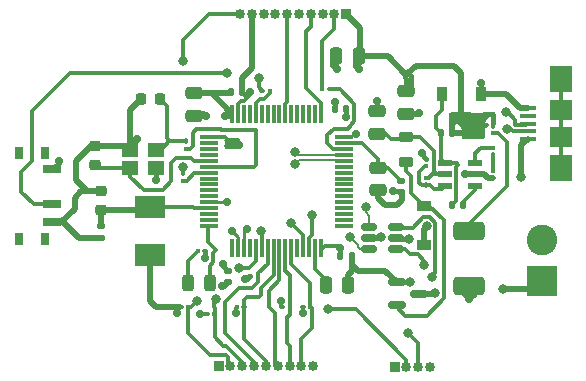
<source format=gbr>
%TF.GenerationSoftware,KiCad,Pcbnew,(6.0.0)*%
%TF.CreationDate,2022-11-12T11:45:21+03:00*%
%TF.ProjectId,RoBEC,526f4245-432e-46b6-9963-61645f706362,rev?*%
%TF.SameCoordinates,Original*%
%TF.FileFunction,Copper,L1,Top*%
%TF.FilePolarity,Positive*%
%FSLAX46Y46*%
G04 Gerber Fmt 4.6, Leading zero omitted, Abs format (unit mm)*
G04 Created by KiCad (PCBNEW (6.0.0)) date 2022-11-12 11:45:21*
%MOMM*%
%LPD*%
G01*
G04 APERTURE LIST*
G04 Aperture macros list*
%AMRoundRect*
0 Rectangle with rounded corners*
0 $1 Rounding radius*
0 $2 $3 $4 $5 $6 $7 $8 $9 X,Y pos of 4 corners*
0 Add a 4 corners polygon primitive as box body*
4,1,4,$2,$3,$4,$5,$6,$7,$8,$9,$2,$3,0*
0 Add four circle primitives for the rounded corners*
1,1,$1+$1,$2,$3*
1,1,$1+$1,$4,$5*
1,1,$1+$1,$6,$7*
1,1,$1+$1,$8,$9*
0 Add four rect primitives between the rounded corners*
20,1,$1+$1,$2,$3,$4,$5,0*
20,1,$1+$1,$4,$5,$6,$7,0*
20,1,$1+$1,$6,$7,$8,$9,0*
20,1,$1+$1,$8,$9,$2,$3,0*%
G04 Aperture macros list end*
%TA.AperFunction,ComponentPad*%
%ADD10R,0.850000X0.850000*%
%TD*%
%TA.AperFunction,ComponentPad*%
%ADD11O,0.850000X0.850000*%
%TD*%
%TA.AperFunction,SMDPad,CuDef*%
%ADD12RoundRect,0.140000X0.140000X0.170000X-0.140000X0.170000X-0.140000X-0.170000X0.140000X-0.170000X0*%
%TD*%
%TA.AperFunction,SMDPad,CuDef*%
%ADD13RoundRect,0.100000X-0.100000X-0.100000X0.100000X-0.100000X0.100000X0.100000X-0.100000X0.100000X0*%
%TD*%
%TA.AperFunction,SMDPad,CuDef*%
%ADD14RoundRect,0.100000X-0.130000X-0.100000X0.130000X-0.100000X0.130000X0.100000X-0.130000X0.100000X0*%
%TD*%
%TA.AperFunction,SMDPad,CuDef*%
%ADD15RoundRect,0.150000X-0.587500X-0.150000X0.587500X-0.150000X0.587500X0.150000X-0.587500X0.150000X0*%
%TD*%
%TA.AperFunction,SMDPad,CuDef*%
%ADD16RoundRect,0.249999X1.075001X-0.512501X1.075001X0.512501X-1.075001X0.512501X-1.075001X-0.512501X0*%
%TD*%
%TA.AperFunction,SMDPad,CuDef*%
%ADD17RoundRect,0.250000X-0.250000X-0.475000X0.250000X-0.475000X0.250000X0.475000X-0.250000X0.475000X0*%
%TD*%
%TA.AperFunction,SMDPad,CuDef*%
%ADD18RoundRect,0.250000X0.475000X-0.250000X0.475000X0.250000X-0.475000X0.250000X-0.475000X-0.250000X0*%
%TD*%
%TA.AperFunction,SMDPad,CuDef*%
%ADD19RoundRect,0.100000X0.100000X-0.100000X0.100000X0.100000X-0.100000X0.100000X-0.100000X-0.100000X0*%
%TD*%
%TA.AperFunction,SMDPad,CuDef*%
%ADD20RoundRect,0.100000X0.100000X-0.130000X0.100000X0.130000X-0.100000X0.130000X-0.100000X-0.130000X0*%
%TD*%
%TA.AperFunction,SMDPad,CuDef*%
%ADD21RoundRect,0.100000X-0.100000X0.130000X-0.100000X-0.130000X0.100000X-0.130000X0.100000X0.130000X0*%
%TD*%
%TA.AperFunction,SMDPad,CuDef*%
%ADD22RoundRect,0.087500X-0.112500X0.087500X-0.112500X-0.087500X0.112500X-0.087500X0.112500X0.087500X0*%
%TD*%
%TA.AperFunction,ComponentPad*%
%ADD23R,2.600000X2.600000*%
%TD*%
%TA.AperFunction,ComponentPad*%
%ADD24C,2.600000*%
%TD*%
%TA.AperFunction,SMDPad,CuDef*%
%ADD25RoundRect,0.140000X-0.140000X-0.170000X0.140000X-0.170000X0.140000X0.170000X-0.140000X0.170000X0*%
%TD*%
%TA.AperFunction,SMDPad,CuDef*%
%ADD26R,1.400000X0.400000*%
%TD*%
%TA.AperFunction,SMDPad,CuDef*%
%ADD27R,1.900000X1.800000*%
%TD*%
%TA.AperFunction,SMDPad,CuDef*%
%ADD28R,1.900000X2.300000*%
%TD*%
%TA.AperFunction,SMDPad,CuDef*%
%ADD29RoundRect,0.140000X-0.170000X0.140000X-0.170000X-0.140000X0.170000X-0.140000X0.170000X0.140000X0*%
%TD*%
%TA.AperFunction,SMDPad,CuDef*%
%ADD30RoundRect,0.095000X-0.105000X0.095000X-0.105000X-0.095000X0.105000X-0.095000X0.105000X0.095000X0*%
%TD*%
%TA.AperFunction,SMDPad,CuDef*%
%ADD31RoundRect,0.100000X-0.100000X0.100000X-0.100000X-0.100000X0.100000X-0.100000X0.100000X0.100000X0*%
%TD*%
%TA.AperFunction,SMDPad,CuDef*%
%ADD32R,1.150000X0.600000*%
%TD*%
%TA.AperFunction,SMDPad,CuDef*%
%ADD33R,0.800000X1.000000*%
%TD*%
%TA.AperFunction,SMDPad,CuDef*%
%ADD34R,1.500000X0.700000*%
%TD*%
%TA.AperFunction,SMDPad,CuDef*%
%ADD35RoundRect,0.218750X0.381250X-0.218750X0.381250X0.218750X-0.381250X0.218750X-0.381250X-0.218750X0*%
%TD*%
%TA.AperFunction,SMDPad,CuDef*%
%ADD36RoundRect,0.225000X0.250000X-0.225000X0.250000X0.225000X-0.250000X0.225000X-0.250000X-0.225000X0*%
%TD*%
%TA.AperFunction,SMDPad,CuDef*%
%ADD37R,1.400000X1.200000*%
%TD*%
%TA.AperFunction,SMDPad,CuDef*%
%ADD38RoundRect,0.075000X-0.700000X-0.075000X0.700000X-0.075000X0.700000X0.075000X-0.700000X0.075000X0*%
%TD*%
%TA.AperFunction,SMDPad,CuDef*%
%ADD39RoundRect,0.075000X-0.075000X-0.700000X0.075000X-0.700000X0.075000X0.700000X-0.075000X0.700000X0*%
%TD*%
%TA.AperFunction,SMDPad,CuDef*%
%ADD40RoundRect,0.250000X-0.475000X0.250000X-0.475000X-0.250000X0.475000X-0.250000X0.475000X0.250000X0*%
%TD*%
%TA.AperFunction,SMDPad,CuDef*%
%ADD41RoundRect,0.225000X0.225000X0.250000X-0.225000X0.250000X-0.225000X-0.250000X0.225000X-0.250000X0*%
%TD*%
%TA.AperFunction,SMDPad,CuDef*%
%ADD42RoundRect,0.150000X0.512500X0.150000X-0.512500X0.150000X-0.512500X-0.150000X0.512500X-0.150000X0*%
%TD*%
%TA.AperFunction,SMDPad,CuDef*%
%ADD43RoundRect,0.147500X-0.147500X-0.172500X0.147500X-0.172500X0.147500X0.172500X-0.147500X0.172500X0*%
%TD*%
%TA.AperFunction,SMDPad,CuDef*%
%ADD44RoundRect,0.100000X-0.110000X-0.100000X0.110000X-0.100000X0.110000X0.100000X-0.110000X0.100000X0*%
%TD*%
%TA.AperFunction,SMDPad,CuDef*%
%ADD45R,2.500000X1.900000*%
%TD*%
%TA.AperFunction,SMDPad,CuDef*%
%ADD46RoundRect,0.100000X0.100000X-0.105000X0.100000X0.105000X-0.100000X0.105000X-0.100000X-0.105000X0*%
%TD*%
%TA.AperFunction,SMDPad,CuDef*%
%ADD47RoundRect,0.243750X-0.243750X-0.456250X0.243750X-0.456250X0.243750X0.456250X-0.243750X0.456250X0*%
%TD*%
%TA.AperFunction,SMDPad,CuDef*%
%ADD48RoundRect,0.100000X-0.105000X-0.100000X0.105000X-0.100000X0.105000X0.100000X-0.105000X0.100000X0*%
%TD*%
%TA.AperFunction,SMDPad,CuDef*%
%ADD49R,0.900000X1.200000*%
%TD*%
%TA.AperFunction,SMDPad,CuDef*%
%ADD50R,1.200000X0.900000*%
%TD*%
%TA.AperFunction,ViaPad*%
%ADD51C,0.700000*%
%TD*%
%TA.AperFunction,ViaPad*%
%ADD52C,0.800000*%
%TD*%
%TA.AperFunction,Conductor*%
%ADD53C,0.500000*%
%TD*%
%TA.AperFunction,Conductor*%
%ADD54C,0.400000*%
%TD*%
%TA.AperFunction,Conductor*%
%ADD55C,0.300000*%
%TD*%
%TA.AperFunction,Conductor*%
%ADD56C,0.250000*%
%TD*%
%TA.AperFunction,Conductor*%
%ADD57C,0.200000*%
%TD*%
G04 APERTURE END LIST*
D10*
%TO.P,USART,1,Pin_1*%
%TO.N,+3V3*%
X162962500Y-116105000D03*
D11*
%TO.P,USART,2,Pin_2*%
%TO.N,USART_TX*%
X163962500Y-116105000D03*
%TO.P,USART,3,Pin_3*%
%TO.N,USART_RX*%
X164962500Y-116105000D03*
%TO.P,USART,4,Pin_4*%
%TO.N,GND*%
X165962500Y-116105000D03*
%TD*%
D12*
%TO.P,C9,1*%
%TO.N,+3V3*%
X158842500Y-94305000D03*
%TO.P,C9,2*%
%TO.N,GND*%
X157882500Y-94305000D03*
%TD*%
D13*
%TO.P,R12,1*%
%TO.N,+3V3*%
X149597500Y-111005000D03*
D14*
%TO.P,R12,2*%
%TO.N,CS1*%
X150237500Y-111005000D03*
%TD*%
D15*
%TO.P,Q1,1,G*%
%TO.N,GND*%
X163125000Y-108955000D03*
%TO.P,Q1,2,S*%
%TO.N,Net-(D3-Pad1)*%
X163125000Y-110855000D03*
%TO.P,Q1,3,D*%
%TO.N,+12V*%
X165000000Y-109905000D03*
%TD*%
D16*
%TO.P,POWER LED,1,K*%
%TO.N,GND*%
X169262500Y-109242500D03*
%TO.P,POWER LED,2,A*%
%TO.N,Net-(D4-Pad2)*%
X169262500Y-104567500D03*
%TD*%
D17*
%TO.P,C10,1*%
%TO.N,GND*%
X158012500Y-89805000D03*
%TO.P,C10,2*%
%TO.N,+3V3*%
X159912500Y-89805000D03*
%TD*%
D18*
%TO.P,C8,1*%
%TO.N,GND*%
X163962500Y-94655000D03*
%TO.P,C8,2*%
%TO.N,+3V3*%
X163962500Y-92755000D03*
%TD*%
D19*
%TO.P,R7,1*%
%TO.N,EN*%
X165607500Y-99105000D03*
D20*
%TO.P,R7,2*%
%TO.N,GND*%
X165607500Y-98465000D03*
%TD*%
D10*
%TO.P,SWD,1,Pin_1*%
%TO.N,+3V3*%
X158862500Y-86205000D03*
D11*
%TO.P,SWD,2,Pin_2*%
%TO.N,Net-(J3-Pad2)*%
X157862500Y-86205000D03*
%TO.P,SWD,3,Pin_3*%
%TO.N,GND*%
X156862500Y-86205000D03*
%TO.P,SWD,4,Pin_4*%
%TO.N,SWCLK*%
X155862500Y-86205000D03*
%TO.P,SWD,5,Pin_5*%
%TO.N,GND*%
X154862500Y-86205000D03*
%TO.P,SWD,6,Pin_6*%
%TO.N,SWO*%
X153862500Y-86205000D03*
%TO.P,SWD,7,Pin_7*%
%TO.N,unconnected-(J3-Pad7)*%
X152862500Y-86205000D03*
%TO.P,SWD,8,Pin_8*%
%TO.N,unconnected-(J3-Pad8)*%
X151862500Y-86205000D03*
%TO.P,SWD,9,Pin_9*%
%TO.N,GND*%
X150862500Y-86205000D03*
%TO.P,SWD,10,Pin_10*%
%TO.N,Net-(J3-Pad10)*%
X149862500Y-86205000D03*
%TD*%
D21*
%TO.P,R18,1*%
%TO.N,+3V3*%
X171307500Y-95685000D03*
D22*
%TO.P,R18,2*%
%TO.N,Net-(D4-Pad2)*%
X171307500Y-96325000D03*
%TD*%
D23*
%TO.P,J1,1,Pin_1*%
%TO.N,+12V*%
X175407500Y-108855000D03*
D24*
%TO.P,J1,2,Pin_2*%
%TO.N,GND*%
X175407500Y-105355000D03*
%TD*%
D25*
%TO.P,C6,1*%
%TO.N,+3V3*%
X158362500Y-106705000D03*
%TO.P,C6,2*%
%TO.N,GND*%
X159322500Y-106705000D03*
%TD*%
D26*
%TO.P,J2,1,VBUS*%
%TO.N,+5V*%
X174212500Y-96805000D03*
%TO.P,J2,2,D-*%
%TO.N,USB_CONN_D-*%
X174212500Y-96155000D03*
%TO.P,J2,3,D+*%
%TO.N,USB_CONN_D+*%
X174212500Y-95505000D03*
%TO.P,J2,4,ID*%
%TO.N,unconnected-(J2-Pad4)*%
X174212500Y-94855000D03*
%TO.P,J2,5,GND*%
%TO.N,GND*%
X174212500Y-94205000D03*
D27*
%TO.P,J2,6,Shield*%
%TO.N,unconnected-(J2-Pad6)*%
X177062500Y-94355000D03*
X177062500Y-96655000D03*
D28*
X177062500Y-99255000D03*
X177062500Y-91755000D03*
%TD*%
D29*
%TO.P,C14,1*%
%TO.N,Net-(C13-Pad1)*%
X163462500Y-100345000D03*
%TO.P,C14,2*%
%TO.N,GND*%
X163462500Y-101305000D03*
%TD*%
D30*
%TO.P,R14,1*%
%TO.N,FB*%
X171307500Y-97540000D03*
D21*
%TO.P,R14,2*%
%TO.N,Net-(R14-Pad2)*%
X171307500Y-98180000D03*
%TD*%
%TO.P,R17,1*%
%TO.N,Net-(J3-Pad10)*%
X145062500Y-99685000D03*
D31*
%TO.P,R17,2*%
%TO.N,NRST*%
X145062500Y-100325000D03*
%TD*%
D32*
%TO.P,U2,1,BS*%
%TO.N,BS*%
X169807500Y-100755000D03*
%TO.P,U2,2,GND*%
%TO.N,GND*%
X169807500Y-99805000D03*
%TO.P,U2,3,FB*%
%TO.N,FB*%
X169807500Y-98855000D03*
%TO.P,U2,4,SW*%
%TO.N,SW*%
X167207500Y-98855000D03*
%TO.P,U2,5,IN*%
%TO.N,IN*%
X167207500Y-99805000D03*
%TO.P,U2,6,EN*%
%TO.N,EN*%
X167207500Y-100755000D03*
%TD*%
D30*
%TO.P,R6,1*%
%TO.N,IN*%
X165607500Y-100085000D03*
D21*
%TO.P,R6,2*%
%TO.N,EN*%
X165607500Y-100725000D03*
%TD*%
D33*
%TO.P,SW,*%
%TO.N,*%
X133342500Y-97955000D03*
X131132500Y-105255000D03*
X133342500Y-105255000D03*
X131132500Y-97955000D03*
D34*
%TO.P,SW,1,A*%
%TO.N,+3V3*%
X133992500Y-99355000D03*
%TO.P,SW,2,B*%
%TO.N,Net-(R1-Pad1)*%
X133992500Y-102355000D03*
%TO.P,SW,3,C*%
%TO.N,GND*%
X133992500Y-103855000D03*
%TD*%
D14*
%TO.P,R5,1*%
%TO.N,+3V3*%
X147042500Y-111605000D03*
D13*
%TO.P,R5,2*%
%TO.N,SPI_MISO*%
X147682500Y-111605000D03*
%TD*%
D35*
%TO.P,FB1,1*%
%TO.N,Net-(D3-Pad1)*%
X163962500Y-98767500D03*
%TO.P,FB1,2*%
%TO.N,IN*%
X163962500Y-96642500D03*
%TD*%
D29*
%TO.P,C7,1*%
%TO.N,+3.3VA*%
X138062500Y-104205000D03*
%TO.P,C7,2*%
%TO.N,GND*%
X138062500Y-105165000D03*
%TD*%
D36*
%TO.P,C2,1*%
%TO.N,HSE_IN*%
X137562500Y-98980000D03*
%TO.P,C2,2*%
%TO.N,GND*%
X137562500Y-97430000D03*
%TD*%
D17*
%TO.P,C12,1*%
%TO.N,Net-(C12-Pad1)*%
X157112500Y-109205000D03*
%TO.P,C12,2*%
%TO.N,GND*%
X159012500Y-109205000D03*
%TD*%
D37*
%TO.P,16MhZ,1,1*%
%TO.N,HSE_IN*%
X140562500Y-99305000D03*
%TO.P,16MhZ,2,2*%
%TO.N,GND*%
X142762500Y-99305000D03*
%TO.P,16MhZ,3,3*%
%TO.N,Net-(C5-Pad1)*%
X142762500Y-97705000D03*
%TO.P,16MhZ,4,4*%
%TO.N,GND*%
X140562500Y-97705000D03*
%TD*%
D14*
%TO.P,R1,1*%
%TO.N,Net-(R1-Pad1)*%
X151742500Y-92705000D03*
D13*
%TO.P,R1,2*%
%TO.N,BOOT0*%
X152382500Y-92705000D03*
%TD*%
D38*
%TO.P,U1,1,VBAT*%
%TO.N,+3V3*%
X147287500Y-96655000D03*
%TO.P,U1,2,PC13*%
%TO.N,unconnected-(U1-Pad2)*%
X147287500Y-97155000D03*
%TO.P,U1,3,PC14*%
%TO.N,unconnected-(U1-Pad3)*%
X147287500Y-97655000D03*
%TO.P,U1,4,PC15*%
%TO.N,unconnected-(U1-Pad4)*%
X147287500Y-98155000D03*
%TO.P,U1,5,PH0*%
%TO.N,HSE_IN*%
X147287500Y-98655000D03*
%TO.P,U1,6,PH1*%
%TO.N,HSE_OUT*%
X147287500Y-99155000D03*
%TO.P,U1,7,NRST*%
%TO.N,NRST*%
X147287500Y-99655000D03*
%TO.P,U1,8,PC0*%
%TO.N,unconnected-(U1-Pad8)*%
X147287500Y-100155000D03*
%TO.P,U1,9,PC1*%
%TO.N,unconnected-(U1-Pad9)*%
X147287500Y-100655000D03*
%TO.P,U1,10,PC2*%
%TO.N,unconnected-(U1-Pad10)*%
X147287500Y-101155000D03*
%TO.P,U1,11,PC3*%
%TO.N,unconnected-(U1-Pad11)*%
X147287500Y-101655000D03*
%TO.P,U1,12,VSSA*%
%TO.N,GND*%
X147287500Y-102155000D03*
%TO.P,U1,13,VDDA*%
%TO.N,+3.3VA*%
X147287500Y-102655000D03*
%TO.P,U1,14,PA0*%
%TO.N,unconnected-(U1-Pad14)*%
X147287500Y-103155000D03*
%TO.P,U1,15,PA1*%
%TO.N,unconnected-(U1-Pad15)*%
X147287500Y-103655000D03*
%TO.P,U1,16,PA2*%
%TO.N,LED_STATUS*%
X147287500Y-104155000D03*
D39*
%TO.P,U1,17,PA3*%
%TO.N,unconnected-(U1-Pad17)*%
X149212500Y-106080000D03*
%TO.P,U1,18,VSS*%
%TO.N,GND*%
X149712500Y-106080000D03*
%TO.P,U1,19,VDD*%
%TO.N,+3V3*%
X150212500Y-106080000D03*
%TO.P,U1,20,PA4*%
%TO.N,unconnected-(U1-Pad20)*%
X150712500Y-106080000D03*
%TO.P,U1,21,PA5*%
%TO.N,SPI_SCK*%
X151212500Y-106080000D03*
%TO.P,U1,22,PA6*%
%TO.N,SPI_MISO*%
X151712500Y-106080000D03*
%TO.P,U1,23,PA7*%
%TO.N,SPI_MOSI*%
X152212500Y-106080000D03*
%TO.P,U1,24,PC4*%
%TO.N,CS1*%
X152712500Y-106080000D03*
%TO.P,U1,25,PC5*%
%TO.N,CS2*%
X153212500Y-106080000D03*
%TO.P,U1,26,PB0*%
%TO.N,CS3*%
X153712500Y-106080000D03*
%TO.P,U1,27,PB1*%
%TO.N,CS4*%
X154212500Y-106080000D03*
%TO.P,U1,28,PB2*%
%TO.N,unconnected-(U1-Pad28)*%
X154712500Y-106080000D03*
%TO.P,U1,29,PB10*%
%TO.N,USART_TX*%
X155212500Y-106080000D03*
%TO.P,U1,30,PB11*%
%TO.N,USART_RX*%
X155712500Y-106080000D03*
%TO.P,U1,31,VCAP_1*%
%TO.N,Net-(C12-Pad1)*%
X156212500Y-106080000D03*
%TO.P,U1,32,VDD*%
%TO.N,+3V3*%
X156712500Y-106080000D03*
D38*
%TO.P,U1,33,PB12*%
%TO.N,unconnected-(U1-Pad33)*%
X158637500Y-104155000D03*
%TO.P,U1,34,PB13*%
%TO.N,unconnected-(U1-Pad34)*%
X158637500Y-103655000D03*
%TO.P,U1,35,PB14*%
%TO.N,unconnected-(U1-Pad35)*%
X158637500Y-103155000D03*
%TO.P,U1,36,PB15*%
%TO.N,unconnected-(U1-Pad36)*%
X158637500Y-102655000D03*
%TO.P,U1,37,PC6*%
%TO.N,unconnected-(U1-Pad37)*%
X158637500Y-102155000D03*
%TO.P,U1,38,PC7*%
%TO.N,unconnected-(U1-Pad38)*%
X158637500Y-101655000D03*
%TO.P,U1,39,PC8*%
%TO.N,unconnected-(U1-Pad39)*%
X158637500Y-101155000D03*
%TO.P,U1,40,PC9*%
%TO.N,unconnected-(U1-Pad40)*%
X158637500Y-100655000D03*
%TO.P,U1,41,PA8*%
%TO.N,unconnected-(U1-Pad41)*%
X158637500Y-100155000D03*
%TO.P,U1,42,PA9*%
%TO.N,unconnected-(U1-Pad42)*%
X158637500Y-99655000D03*
%TO.P,U1,43,PA10*%
%TO.N,unconnected-(U1-Pad43)*%
X158637500Y-99155000D03*
%TO.P,U1,44,PA11*%
%TO.N,USB_D-*%
X158637500Y-98655000D03*
%TO.P,U1,45,PA12*%
%TO.N,USB_D+*%
X158637500Y-98155000D03*
%TO.P,U1,46,PA13*%
%TO.N,SWDIO*%
X158637500Y-97655000D03*
%TO.P,U1,47,VCAP_2*%
%TO.N,Net-(C13-Pad1)*%
X158637500Y-97155000D03*
%TO.P,U1,48,VDD*%
%TO.N,+3V3*%
X158637500Y-96655000D03*
D39*
%TO.P,U1,49,PA14*%
%TO.N,SWCLK*%
X156712500Y-94730000D03*
%TO.P,U1,50,PA15*%
%TO.N,unconnected-(U1-Pad50)*%
X156212500Y-94730000D03*
%TO.P,U1,51,PC10*%
%TO.N,unconnected-(U1-Pad51)*%
X155712500Y-94730000D03*
%TO.P,U1,52,PC11*%
%TO.N,unconnected-(U1-Pad52)*%
X155212500Y-94730000D03*
%TO.P,U1,53,PC12*%
%TO.N,unconnected-(U1-Pad53)*%
X154712500Y-94730000D03*
%TO.P,U1,54,PD2*%
%TO.N,unconnected-(U1-Pad54)*%
X154212500Y-94730000D03*
%TO.P,U1,55,PB3*%
%TO.N,SWO*%
X153712500Y-94730000D03*
%TO.P,U1,56,PB4*%
%TO.N,unconnected-(U1-Pad56)*%
X153212500Y-94730000D03*
%TO.P,U1,57,PB5*%
%TO.N,unconnected-(U1-Pad57)*%
X152712500Y-94730000D03*
%TO.P,U1,58,PB6*%
%TO.N,unconnected-(U1-Pad58)*%
X152212500Y-94730000D03*
%TO.P,U1,59,PB7*%
%TO.N,unconnected-(U1-Pad59)*%
X151712500Y-94730000D03*
%TO.P,U1,60,BOOT0*%
%TO.N,BOOT0*%
X151212500Y-94730000D03*
%TO.P,U1,61,PB8*%
%TO.N,unconnected-(U1-Pad61)*%
X150712500Y-94730000D03*
%TO.P,U1,62,PB9*%
%TO.N,unconnected-(U1-Pad62)*%
X150212500Y-94730000D03*
%TO.P,U1,63,VSS*%
%TO.N,GND*%
X149712500Y-94730000D03*
%TO.P,U1,64,VDD*%
%TO.N,+3V3*%
X149212500Y-94730000D03*
%TD*%
D40*
%TO.P,C1,1*%
%TO.N,+3V3*%
X145962500Y-92955000D03*
%TO.P,C1,2*%
%TO.N,GND*%
X145962500Y-94855000D03*
%TD*%
D41*
%TO.P,C5,1*%
%TO.N,Net-(C5-Pad1)*%
X143062500Y-93405000D03*
%TO.P,C5,2*%
%TO.N,GND*%
X141512500Y-93405000D03*
%TD*%
D12*
%TO.P,C15,1*%
%TO.N,BS*%
X168787500Y-102405000D03*
%TO.P,C15,2*%
%TO.N,SW*%
X167827500Y-102405000D03*
%TD*%
D42*
%TO.P,U3,1,I/O1*%
%TO.N,USB_CONN_D-*%
X163100000Y-106155000D03*
%TO.P,U3,2,GND*%
%TO.N,GND*%
X163100000Y-105205000D03*
%TO.P,U3,3,I/O2*%
%TO.N,USB_CONN_D+*%
X163100000Y-104255000D03*
%TO.P,U3,4,I/O2*%
%TO.N,USB_D+*%
X160825000Y-104255000D03*
%TO.P,U3,5,VBUS*%
%TO.N,+5V*%
X160825000Y-105205000D03*
%TO.P,U3,6,I/O1*%
%TO.N,USB_D-*%
X160825000Y-106155000D03*
%TD*%
D43*
%TO.P,L2,1*%
%TO.N,SW*%
X166877500Y-96305000D03*
%TO.P,L2,2*%
%TO.N,+3V3*%
X167847500Y-96305000D03*
%TD*%
D31*
%TO.P,R15,1*%
%TO.N,Net-(R14-Pad2)*%
X171307500Y-99485000D03*
D21*
%TO.P,R15,2*%
%TO.N,GND*%
X171307500Y-100125000D03*
%TD*%
D14*
%TO.P,R9,1*%
%TO.N,+3V3*%
X155187500Y-111005000D03*
D44*
%TO.P,R9,2*%
%TO.N,CS4*%
X155827500Y-111005000D03*
%TD*%
D36*
%TO.P,C4,1*%
%TO.N,+3.3VA*%
X138062500Y-102780000D03*
%TO.P,C4,2*%
%TO.N,GND*%
X138062500Y-101230000D03*
%TD*%
D25*
%TO.P,C11,1*%
%TO.N,+3V3*%
X149102500Y-92805000D03*
%TO.P,C11,2*%
%TO.N,GND*%
X150062500Y-92805000D03*
%TD*%
D40*
%TO.P,C13,1*%
%TO.N,Net-(C13-Pad1)*%
X161562500Y-99255000D03*
X161562500Y-99255000D03*
%TO.P,C13,2*%
%TO.N,GND*%
X161562500Y-101155000D03*
%TD*%
D13*
%TO.P,R3,1*%
%TO.N,Net-(D2-Pad1)*%
X146287500Y-106305000D03*
D14*
%TO.P,R3,2*%
%TO.N,GND*%
X146927500Y-106305000D03*
%TD*%
D45*
%TO.P,L,1*%
%TO.N,+3V3*%
X142262500Y-106655000D03*
%TO.P,L,2*%
%TO.N,+3.3VA*%
X142262500Y-102555000D03*
%TD*%
D29*
%TO.P,C3,1*%
%TO.N,+3V3*%
X148832500Y-107945000D03*
%TO.P,C3,2*%
%TO.N,GND*%
X148832500Y-108905000D03*
%TD*%
D46*
%TO.P,R2,1*%
%TO.N,HSE_OUT*%
X145262500Y-97625000D03*
D20*
%TO.P,R2,2*%
%TO.N,Net-(C5-Pad1)*%
X145262500Y-96985000D03*
%TD*%
D47*
%TO.P,STATUS,1,K*%
%TO.N,Net-(D2-Pad1)*%
X145425000Y-109005000D03*
%TO.P,STATUS,2,A*%
%TO.N,LED_STATUS*%
X147300000Y-109005000D03*
%TD*%
D14*
%TO.P,R4,1*%
%TO.N,+3V3*%
X150742500Y-108405000D03*
D48*
%TO.P,R4,2*%
%TO.N,SPI_MOSI*%
X151382500Y-108405000D03*
%TD*%
D13*
%TO.P,R16,1*%
%TO.N,Net-(J3-Pad2)*%
X156822500Y-92605000D03*
D14*
%TO.P,R16,2*%
%TO.N,SWDIO*%
X157462500Y-92605000D03*
%TD*%
D49*
%TO.P,D1,1,K*%
%TO.N,GND*%
X170312500Y-93005000D03*
%TO.P,D1,2,A*%
%TO.N,SW*%
X167012500Y-93005000D03*
%TD*%
D18*
%TO.P,C16,1*%
%TO.N,IN*%
X161462500Y-96355000D03*
%TO.P,C16,2*%
%TO.N,GND*%
X161462500Y-94455000D03*
%TD*%
D50*
%TO.P,D3,1,K*%
%TO.N,Net-(D3-Pad1)*%
X165462500Y-102455000D03*
%TO.P,D3,2,A*%
%TO.N,+5V*%
X165462500Y-105755000D03*
%TD*%
D14*
%TO.P,R8,1*%
%TO.N,+3V3*%
X144842500Y-111005000D03*
D13*
%TO.P,R8,2*%
%TO.N,SPI_SCK*%
X145482500Y-111005000D03*
%TD*%
D14*
%TO.P,R10,1*%
%TO.N,+3V3*%
X153442500Y-111005000D03*
D44*
%TO.P,R10,2*%
%TO.N,CS3*%
X154082500Y-111005000D03*
%TD*%
D10*
%TO.P,SPI,1,Pin_1*%
%TO.N,+3V3*%
X148062500Y-116005000D03*
D11*
%TO.P,SPI,2,Pin_2*%
%TO.N,SPI_SCK*%
X149062500Y-116005000D03*
%TO.P,SPI,3,Pin_3*%
%TO.N,SPI_MISO*%
X150062500Y-116005000D03*
%TO.P,SPI,4,Pin_4*%
%TO.N,SPI_MOSI*%
X151062500Y-116005000D03*
%TO.P,SPI,5,Pin_5*%
%TO.N,CS1*%
X152062500Y-116005000D03*
%TO.P,SPI,6,Pin_6*%
%TO.N,CS2*%
X153062500Y-116005000D03*
%TO.P,SPI,7,Pin_7*%
%TO.N,CS3*%
X154062500Y-116005000D03*
%TO.P,SPI,8,Pin_8*%
%TO.N,CS4*%
X155062500Y-116005000D03*
%TO.P,SPI,9,Pin_9*%
%TO.N,GND*%
X156062500Y-116005000D03*
%TD*%
D51*
%TO.N,+3V3*%
X149492500Y-111515000D03*
X159672500Y-96355000D03*
X150252500Y-108675000D03*
X144572500Y-111565000D03*
X155192500Y-111555000D03*
X153362500Y-110485000D03*
X148572500Y-94865000D03*
X149772500Y-97315000D03*
X148412500Y-107435000D03*
X134532500Y-98715000D03*
X158362500Y-106045000D03*
X159922500Y-90875000D03*
X150432500Y-104405000D03*
X146462500Y-111605000D03*
X158832500Y-94965000D03*
%TO.N,GND*%
X142762500Y-100255000D03*
X169242500Y-110345000D03*
X162812500Y-101255000D03*
X147032500Y-94855000D03*
D52*
X164252500Y-108925000D03*
D51*
X141182500Y-96795000D03*
X168882500Y-99795000D03*
X146922500Y-106855000D03*
X149182500Y-104585000D03*
X170282500Y-92055000D03*
X150692500Y-92835000D03*
X165242500Y-97975000D03*
D52*
X164152500Y-105235000D03*
D51*
X148782500Y-102105000D03*
X161472500Y-93615000D03*
X157882500Y-93645000D03*
X158042500Y-90865000D03*
X148362500Y-109235000D03*
X165032500Y-94645000D03*
D52*
%TO.N,+5V*%
X161838000Y-105105000D03*
X165662500Y-104205000D03*
X173662500Y-100005000D03*
%TO.N,+12V*%
X172162500Y-109505000D03*
X166413000Y-109875023D03*
%TO.N,USB_CONN_D+*%
X172432500Y-94515000D03*
X166122500Y-108455000D03*
%TO.N,USB_CONN_D-*%
X172435270Y-95976232D03*
X165472829Y-107476232D03*
%TO.N,Net-(J3-Pad10)*%
X145062500Y-99154500D03*
X145062500Y-90205000D03*
%TO.N,SPI_SCK*%
X149762500Y-107695500D03*
X146262500Y-110505000D03*
%TO.N,SPI_MISO*%
X147851461Y-110367987D03*
X151642500Y-104605000D03*
%TO.N,USART_TX*%
X154162500Y-103905000D03*
X157362500Y-111205000D03*
%TO.N,USART_RX*%
X164062500Y-113205000D03*
X155962500Y-103205000D03*
%TO.N,Net-(R1-Pad1)*%
X151462500Y-91605000D03*
X148762500Y-91205000D03*
%TO.N,USB_D-*%
X159222500Y-105125000D03*
X154539124Y-98924989D03*
%TO.N,USB_D+*%
X160533732Y-102605385D03*
X154539124Y-97874989D03*
%TD*%
D53*
%TO.N,+3V3*%
X142762500Y-111005000D02*
X144195000Y-111005000D01*
D54*
X150472500Y-108675000D02*
X150742500Y-108405000D01*
X150252500Y-108675000D02*
X150472500Y-108675000D01*
X159922500Y-90875000D02*
X159895000Y-90875000D01*
D55*
X153362500Y-110485000D02*
X153362500Y-110925000D01*
D54*
X163962500Y-92755000D02*
X163962500Y-91692500D01*
D53*
X164762500Y-90605000D02*
X164113750Y-91253750D01*
X142262500Y-110505000D02*
X142762500Y-111005000D01*
D55*
X155192500Y-111010000D02*
X155187500Y-111005000D01*
D56*
X150212500Y-106080000D02*
X150212500Y-104625000D01*
D53*
X164113750Y-91253750D02*
X163962500Y-91405000D01*
D54*
X134532500Y-98815000D02*
X133992500Y-99355000D01*
D53*
X145962500Y-92955000D02*
X147472500Y-92955000D01*
X159912500Y-89805000D02*
X162362500Y-89805000D01*
D55*
X149492500Y-111515000D02*
X149492500Y-111110000D01*
D53*
X162362500Y-89805000D02*
X163962500Y-91405000D01*
D54*
X159610000Y-90107500D02*
X159912500Y-89805000D01*
X163818750Y-91548750D02*
X163962500Y-91405000D01*
X159610000Y-90590000D02*
X159610000Y-90107500D01*
D55*
X148612500Y-96655000D02*
X148912500Y-96955000D01*
D54*
X158362500Y-106045000D02*
X158362500Y-106705000D01*
D53*
X158862500Y-86205000D02*
X160062500Y-87405000D01*
X167962500Y-90605000D02*
X164762500Y-90605000D01*
X167847500Y-95520000D02*
X168562500Y-94805000D01*
X142262500Y-106655000D02*
X142262500Y-110505000D01*
X147472500Y-92955000D02*
X149112980Y-94595480D01*
D54*
X148412500Y-107435000D02*
X148412500Y-107525000D01*
D55*
X146462500Y-111605000D02*
X147042500Y-111605000D01*
X155192500Y-111555000D02*
X155192500Y-111010000D01*
D54*
X148412500Y-107525000D02*
X148832500Y-107945000D01*
X159895000Y-90875000D02*
X159610000Y-90590000D01*
X163962500Y-92587500D02*
X164320000Y-92230000D01*
X149412500Y-96955000D02*
X149772500Y-97315000D01*
X164320000Y-91460000D02*
X164113750Y-91253750D01*
D53*
X160062500Y-89655000D02*
X159912500Y-89805000D01*
D55*
X144572500Y-111382500D02*
X144195000Y-111005000D01*
X158207500Y-105890000D02*
X158362500Y-106045000D01*
X156880000Y-106080000D02*
X157070000Y-105890000D01*
X153362500Y-110925000D02*
X153442500Y-111005000D01*
D54*
X158832500Y-94965000D02*
X158832500Y-94315000D01*
D53*
X168562500Y-94805000D02*
X168562500Y-91205000D01*
D55*
X147287500Y-96655000D02*
X148612500Y-96655000D01*
D53*
X147472500Y-92955000D02*
X148952500Y-92955000D01*
D54*
X148572500Y-94865000D02*
X148977980Y-94865000D01*
D56*
X150212500Y-104625000D02*
X150432500Y-104405000D01*
D53*
X144195000Y-111005000D02*
X144802980Y-111005000D01*
D54*
X158832500Y-94315000D02*
X158842500Y-94305000D01*
X134532500Y-98715000D02*
X134532500Y-98815000D01*
D53*
X168562500Y-91205000D02*
X167962500Y-90605000D01*
D54*
X163962500Y-92755000D02*
X163962500Y-92587500D01*
X148977980Y-94865000D02*
X149112980Y-94730000D01*
D55*
X157070000Y-105890000D02*
X158207500Y-105890000D01*
X144572500Y-111565000D02*
X144572500Y-111382500D01*
D53*
X167847500Y-96305000D02*
X167847500Y-95520000D01*
D54*
X148912500Y-96955000D02*
X149412500Y-96955000D01*
D53*
X149112980Y-94595480D02*
X149112980Y-94730000D01*
D55*
X156712500Y-106080000D02*
X156880000Y-106080000D01*
X149492500Y-111110000D02*
X149597500Y-111005000D01*
D54*
X164320000Y-92230000D02*
X164320000Y-91460000D01*
D53*
X148952500Y-92955000D02*
X149102500Y-92805000D01*
X160062500Y-87405000D02*
X160062500Y-89655000D01*
D54*
X163962500Y-91692500D02*
X163818750Y-91548750D01*
%TO.N,GND*%
X165022500Y-94655000D02*
X165032500Y-94645000D01*
D53*
X162162500Y-102405000D02*
X163162500Y-102405000D01*
X162175000Y-108005000D02*
X159862500Y-108005000D01*
X150062500Y-91605000D02*
X150862500Y-90805000D01*
D54*
X168770000Y-109872500D02*
X169242500Y-110345000D01*
D53*
X135862500Y-102705000D02*
X135862500Y-101805000D01*
D54*
X150360000Y-93050000D02*
X150307500Y-93050000D01*
D53*
X159362500Y-107505000D02*
X159362500Y-106745000D01*
X136887500Y-101230000D02*
X138062500Y-101230000D01*
D54*
X168770000Y-109790000D02*
X168770000Y-109872500D01*
D53*
X140562500Y-97157500D02*
X140562500Y-94355000D01*
X170528478Y-99805000D02*
X170857998Y-100134520D01*
X173562500Y-94205000D02*
X172362500Y-93005000D01*
D54*
X147015000Y-94855000D02*
X146730000Y-94570000D01*
X146922500Y-106310000D02*
X146927500Y-106305000D01*
X146247500Y-94570000D02*
X145962500Y-94855000D01*
X163962500Y-94655000D02*
X165022500Y-94655000D01*
X169262500Y-109242500D02*
X169262500Y-109297500D01*
D53*
X133992500Y-103855000D02*
X134712500Y-103855000D01*
X135962500Y-98705000D02*
X135962500Y-100305000D01*
D54*
X164152500Y-105235000D02*
X163130000Y-105235000D01*
X169262500Y-109297500D02*
X168770000Y-109790000D01*
D53*
X159012500Y-108355000D02*
X159362500Y-108005000D01*
D56*
X147287500Y-102155000D02*
X148642500Y-102155000D01*
D53*
X140562500Y-94355000D02*
X141512500Y-93405000D01*
X150062500Y-92805000D02*
X150062500Y-91605000D01*
D54*
X148502500Y-109235000D02*
X148832500Y-108905000D01*
X169797500Y-99795000D02*
X169807500Y-99805000D01*
D53*
X161562500Y-101155000D02*
X161562500Y-101805000D01*
D54*
X164252500Y-108925000D02*
X163155000Y-108925000D01*
D53*
X159862500Y-108005000D02*
X159362500Y-107505000D01*
X134712500Y-103855000D02*
X135862500Y-102705000D01*
D54*
X168882500Y-99795000D02*
X169797500Y-99795000D01*
D56*
X149712500Y-105115000D02*
X149182500Y-104585000D01*
D54*
X157882500Y-93645000D02*
X157882500Y-94305000D01*
X163155000Y-108925000D02*
X163125000Y-108955000D01*
X142762500Y-100255000D02*
X142762500Y-99305000D01*
X146922500Y-106855000D02*
X146922500Y-106310000D01*
D55*
X149712500Y-93854639D02*
X149992139Y-93575000D01*
D53*
X140562500Y-97705000D02*
X140562500Y-97157500D01*
X161562500Y-101805000D02*
X162162500Y-102405000D01*
X138022500Y-105205000D02*
X138062500Y-105165000D01*
X135962500Y-100305000D02*
X136887500Y-101230000D01*
D54*
X157670000Y-90550000D02*
X157670000Y-90147500D01*
D53*
X162175000Y-108005000D02*
X163125000Y-108955000D01*
D54*
X157670000Y-90147500D02*
X158012500Y-89805000D01*
D53*
X136262500Y-105205000D02*
X138022500Y-105205000D01*
D55*
X150192500Y-93575000D02*
X150692500Y-93075000D01*
D54*
X146730000Y-94570000D02*
X146247500Y-94570000D01*
X147032500Y-94855000D02*
X147015000Y-94855000D01*
X163130000Y-105235000D02*
X163100000Y-105205000D01*
D53*
X159362500Y-108005000D02*
X159362500Y-107505000D01*
X136437500Y-101230000D02*
X136887500Y-101230000D01*
D54*
X161462500Y-93625000D02*
X161472500Y-93615000D01*
X150307500Y-93050000D02*
X150062500Y-92805000D01*
X169577500Y-110010000D02*
X169242500Y-110345000D01*
D53*
X159012500Y-109205000D02*
X159012500Y-108355000D01*
D54*
X165242500Y-97975000D02*
X165242500Y-98100000D01*
X157985000Y-90865000D02*
X157670000Y-90550000D01*
D53*
X163162500Y-102405000D02*
X163562500Y-102005000D01*
D55*
X149992139Y-93575000D02*
X150192500Y-93575000D01*
D53*
X172362500Y-93005000D02*
X170312500Y-93005000D01*
X133992500Y-103855000D02*
X134912500Y-103855000D01*
D54*
X170312500Y-92085000D02*
X170282500Y-92055000D01*
D56*
X148642500Y-102155000D02*
X148652500Y-102145000D01*
D53*
X140287500Y-97430000D02*
X140562500Y-97705000D01*
D54*
X140925000Y-96795000D02*
X140562500Y-97157500D01*
X163412500Y-101255000D02*
X163462500Y-101305000D01*
D53*
X137562500Y-97430000D02*
X140287500Y-97430000D01*
X150862500Y-90805000D02*
X150862500Y-86205000D01*
D54*
X169650000Y-110010000D02*
X169577500Y-110010000D01*
D53*
X163562500Y-101405000D02*
X163462500Y-101305000D01*
X134912500Y-103855000D02*
X136262500Y-105205000D01*
D54*
X148362500Y-109235000D02*
X148502500Y-109235000D01*
X141182500Y-96795000D02*
X140925000Y-96795000D01*
X162812500Y-101255000D02*
X163412500Y-101255000D01*
D55*
X149712500Y-94730000D02*
X149712500Y-93854639D01*
D56*
X149712500Y-106080000D02*
X149712500Y-105115000D01*
D54*
X150575000Y-92835000D02*
X150360000Y-93050000D01*
D53*
X137237500Y-97430000D02*
X135962500Y-98705000D01*
X135862500Y-101805000D02*
X136437500Y-101230000D01*
D54*
X170312500Y-93005000D02*
X170312500Y-92085000D01*
D53*
X159362500Y-106745000D02*
X159322500Y-106705000D01*
X174212500Y-94205000D02*
X173562500Y-94205000D01*
D54*
X158042500Y-90865000D02*
X157985000Y-90865000D01*
D53*
X170857998Y-100134520D02*
X171307500Y-100134520D01*
X137562500Y-97430000D02*
X137237500Y-97430000D01*
D55*
X150692500Y-93075000D02*
X150692500Y-92835000D01*
D54*
X150692500Y-92835000D02*
X150575000Y-92835000D01*
D53*
X169807500Y-99805000D02*
X170528478Y-99805000D01*
D54*
X165242500Y-98100000D02*
X165607500Y-98465000D01*
D53*
X163562500Y-102005000D02*
X163562500Y-101405000D01*
D54*
X161462500Y-94455000D02*
X161462500Y-93625000D01*
D55*
%TO.N,HSE_IN*%
X143322500Y-101145000D02*
X144062500Y-100405000D01*
X144062500Y-100405000D02*
X144062500Y-98805000D01*
X146012500Y-98655000D02*
X147287500Y-98655000D01*
X144062500Y-98805000D02*
X144462500Y-98405000D01*
X141702500Y-101145000D02*
X143322500Y-101145000D01*
X145762500Y-98405000D02*
X146012500Y-98655000D01*
X140562500Y-100005000D02*
X140562500Y-99305000D01*
X137562500Y-98980000D02*
X137887500Y-99305000D01*
X137887500Y-99305000D02*
X140562500Y-99305000D01*
X140562500Y-100005000D02*
X141702500Y-101145000D01*
X144462500Y-98405000D02*
X145762500Y-98405000D01*
D53*
%TO.N,+3.3VA*%
X138062500Y-104205000D02*
X138062500Y-102780000D01*
X138062500Y-102780000D02*
X142037500Y-102780000D01*
D55*
X147287500Y-102655000D02*
X146012500Y-102655000D01*
X146012500Y-102655000D02*
X145912500Y-102555000D01*
D53*
X142037500Y-102780000D02*
X142262500Y-102555000D01*
D55*
X145912500Y-102555000D02*
X142262500Y-102555000D01*
%TO.N,Net-(C5-Pad1)*%
X143662500Y-94005000D02*
X143662500Y-96765000D01*
X142762500Y-97705000D02*
X143162500Y-97705000D01*
X143062500Y-93405000D02*
X143662500Y-94005000D01*
X143882500Y-96985000D02*
X145262500Y-96985000D01*
X143162500Y-97705000D02*
X143882500Y-96985000D01*
X143662500Y-96765000D02*
X143882500Y-96985000D01*
%TO.N,Net-(C12-Pad1)*%
X156212500Y-107855000D02*
X156212500Y-106080000D01*
X157112500Y-108755000D02*
X156212500Y-107855000D01*
X157112500Y-109205000D02*
X157112500Y-108755000D01*
%TO.N,Net-(C13-Pad1)*%
X158637500Y-97155000D02*
X160212500Y-97155000D01*
X161562500Y-99255000D02*
X162372500Y-99255000D01*
X161562500Y-98505000D02*
X161562500Y-99255000D01*
X162372500Y-99255000D02*
X163462500Y-100345000D01*
X160212500Y-97155000D02*
X161562500Y-98505000D01*
%TO.N,BS*%
X169807500Y-101160000D02*
X169807500Y-100755000D01*
X168787500Y-102180000D02*
X169807500Y-101160000D01*
X168787500Y-102405000D02*
X168787500Y-102180000D01*
%TO.N,SW*%
X168157980Y-102074520D02*
X167827500Y-102405000D01*
X167012500Y-94355000D02*
X166462500Y-94905000D01*
X168157980Y-99209520D02*
X168157980Y-102074520D01*
X168212500Y-98855000D02*
X168362500Y-99005000D01*
X166462500Y-94905000D02*
X166462500Y-95890000D01*
X166877500Y-98525000D02*
X167207500Y-98855000D01*
X168362500Y-99005000D02*
X168157980Y-99209520D01*
X167012500Y-93005000D02*
X167012500Y-94355000D01*
X166462500Y-95890000D02*
X166877500Y-96305000D01*
X167207500Y-98855000D02*
X168212500Y-98855000D01*
X166877500Y-96305000D02*
X166877500Y-98525000D01*
%TO.N,IN*%
X166162500Y-99805000D02*
X167207500Y-99805000D01*
X166262500Y-99484022D02*
X166583478Y-99805000D01*
X162662500Y-96805000D02*
X163800000Y-96805000D01*
X166583478Y-99805000D02*
X167207500Y-99805000D01*
X162212500Y-96355000D02*
X162662500Y-96805000D01*
X163962500Y-96642500D02*
X165100000Y-96642500D01*
X165100000Y-96642500D02*
X166262500Y-97805000D01*
X163800000Y-96805000D02*
X163962500Y-96642500D01*
X166262500Y-97805000D02*
X166262500Y-99484022D01*
X165882500Y-100085000D02*
X166162500Y-99805000D01*
X165607500Y-100085000D02*
X165882500Y-100085000D01*
X161462500Y-96355000D02*
X162212500Y-96355000D01*
%TO.N,Net-(D2-Pad1)*%
X145425000Y-107167500D02*
X146287500Y-106305000D01*
X145425000Y-109005000D02*
X145425000Y-107167500D01*
%TO.N,LED_STATUS*%
X147300000Y-109005000D02*
X147300000Y-107567500D01*
X147162500Y-104280000D02*
X147287500Y-104155000D01*
X147622011Y-107245489D02*
X147622011Y-106445489D01*
X147862500Y-106205000D02*
X147162500Y-105505000D01*
X147622011Y-106445489D02*
X147862500Y-106205000D01*
X147162500Y-105505000D02*
X147162500Y-104280000D01*
X147300000Y-107567500D02*
X147622011Y-107245489D01*
%TO.N,Net-(D3-Pad1)*%
X167162500Y-103705000D02*
X167162500Y-110305000D01*
X163962500Y-98767500D02*
X163962500Y-99505000D01*
X164362500Y-99905000D02*
X164362500Y-101355000D01*
X165662500Y-111805000D02*
X163862500Y-111805000D01*
X165462500Y-102455000D02*
X165912500Y-102455000D01*
X165912500Y-102455000D02*
X167162500Y-103705000D01*
X163962500Y-99505000D02*
X164362500Y-99905000D01*
X163862500Y-111805000D02*
X163125000Y-111067500D01*
X163125000Y-111067500D02*
X163125000Y-110855000D01*
X167162500Y-110305000D02*
X165662500Y-111805000D01*
X164362500Y-101355000D02*
X165462500Y-102455000D01*
D53*
%TO.N,+5V*%
X161738000Y-105205000D02*
X161838000Y-105105000D01*
X165462500Y-104405000D02*
X165662500Y-104205000D01*
X173662500Y-97355000D02*
X174212500Y-96805000D01*
X173662500Y-100005000D02*
X173662500Y-97355000D01*
X165462500Y-105755000D02*
X165462500Y-104405000D01*
X165258843Y-105551343D02*
X165462500Y-105755000D01*
X160825000Y-105205000D02*
X161738000Y-105205000D01*
D55*
%TO.N,Net-(D4-Pad2)*%
X169262500Y-104005000D02*
X172462500Y-100805000D01*
X172462500Y-100805000D02*
X172462500Y-97105000D01*
X171682500Y-96325000D02*
X171307500Y-96325000D01*
X169262500Y-104567500D02*
X169262500Y-104005000D01*
X172462500Y-97105000D02*
X171682500Y-96325000D01*
D53*
%TO.N,+12V*%
X174757500Y-109505000D02*
X175407500Y-108855000D01*
X166383023Y-109905000D02*
X166413000Y-109875023D01*
X165000000Y-109905000D02*
X166383023Y-109905000D01*
X172162500Y-109505000D02*
X174757500Y-109505000D01*
D55*
%TO.N,unconnected-(J2-Pad6)*%
X177062500Y-91755000D02*
X177062500Y-99255000D01*
%TO.N,USB_CONN_D+*%
X166412011Y-108165489D02*
X166122500Y-108455000D01*
X174212500Y-95505000D02*
X174112500Y-95605000D01*
X165352041Y-103455489D02*
X165972959Y-103455489D01*
X173177734Y-95160234D02*
X172532500Y-94515000D01*
X173195411Y-95605000D02*
X173177734Y-95587323D01*
X173177734Y-95587323D02*
X173177734Y-95160234D01*
X172532500Y-94515000D02*
X172432500Y-94515000D01*
X174112500Y-95605000D02*
X173195411Y-95605000D01*
X163100000Y-104255000D02*
X163150480Y-104305480D01*
X164502050Y-104305480D02*
X165352041Y-103455489D01*
X165972959Y-103455489D02*
X166412011Y-103894541D01*
X163150480Y-104305480D02*
X164502050Y-104305480D01*
X166412011Y-103894541D02*
X166412011Y-108165489D01*
%TO.N,USB_CONN_D-*%
X163150480Y-106104520D02*
X163829033Y-106104520D01*
X164279024Y-106554511D02*
X164904663Y-106554511D01*
X164904663Y-106554511D02*
X165472829Y-107122677D01*
X165472829Y-107122677D02*
X165472829Y-107476232D01*
X163100000Y-106155000D02*
X163150480Y-106104520D01*
X163100000Y-106155000D02*
X163212500Y-106155000D01*
X172967593Y-96155000D02*
X174212500Y-96155000D01*
X163829033Y-106104520D02*
X164279024Y-106554511D01*
X172788825Y-95976232D02*
X172967593Y-96155000D01*
X172435270Y-95976232D02*
X172788825Y-95976232D01*
%TO.N,Net-(J3-Pad2)*%
X156822500Y-92605000D02*
X156822500Y-88545000D01*
X157862500Y-87505000D02*
X157862500Y-86205000D01*
X156822500Y-88545000D02*
X157862500Y-87505000D01*
%TO.N,SWCLK*%
X156712500Y-93755000D02*
X156712500Y-94730000D01*
X155862500Y-87305000D02*
X155462500Y-87705000D01*
X155462500Y-92505000D02*
X156712500Y-93755000D01*
X155462500Y-87705000D02*
X155462500Y-92505000D01*
X155862500Y-86205000D02*
X155862500Y-87305000D01*
%TO.N,SWO*%
X153862500Y-86205000D02*
X153862500Y-93704639D01*
X153862500Y-93704639D02*
X153712500Y-93854639D01*
X153712500Y-93854639D02*
X153712500Y-94730000D01*
%TO.N,Net-(J3-Pad10)*%
X145062500Y-99685000D02*
X145062500Y-99154500D01*
X145062500Y-88405000D02*
X147262500Y-86205000D01*
X145062500Y-90205000D02*
X145062500Y-88405000D01*
X147262500Y-86205000D02*
X149862500Y-86205000D01*
%TO.N,SPI_SCK*%
X151212500Y-107155000D02*
X151212500Y-106080000D01*
X149062500Y-116005000D02*
X149062500Y-115805000D01*
X149762500Y-107695500D02*
X150672000Y-107695500D01*
X145482500Y-113225000D02*
X145482500Y-111005000D01*
X145762500Y-111005000D02*
X146262500Y-110505000D01*
X149062500Y-115805000D02*
X148862500Y-115605000D01*
X148711522Y-115105000D02*
X147362500Y-115105000D01*
X148862500Y-115255978D02*
X148711522Y-115105000D01*
X145482500Y-111005000D02*
X145762500Y-111005000D01*
X150672000Y-107695500D02*
X151212500Y-107155000D01*
X148862500Y-115605000D02*
X148862500Y-115255978D01*
X147362500Y-115105000D02*
X145482500Y-113225000D01*
%TO.N,SPI_MISO*%
X151712500Y-104555000D02*
X151662500Y-104505000D01*
X147682500Y-111005000D02*
X147682500Y-110536948D01*
X147762500Y-111085000D02*
X147682500Y-111005000D01*
X151662500Y-104505000D02*
X151712980Y-104555480D01*
X148669967Y-114305000D02*
X148462500Y-114305000D01*
X151712500Y-106080000D02*
X151712500Y-104555000D01*
X150062500Y-116005000D02*
X150062500Y-115697533D01*
X147762500Y-113605000D02*
X147762500Y-111085000D01*
X151712980Y-105555480D02*
X151712980Y-106205000D01*
X151662500Y-104505000D02*
X151787989Y-104630489D01*
X147682500Y-110536948D02*
X147851461Y-110367987D01*
X148462500Y-114305000D02*
X147762500Y-113605000D01*
X150062500Y-115697533D02*
X148669967Y-114305000D01*
%TO.N,SPI_MOSI*%
X151382500Y-108185000D02*
X152212500Y-107355000D01*
X151382500Y-108405000D02*
X151382500Y-108185000D01*
X149762500Y-109405000D02*
X150862500Y-109405000D01*
X152212500Y-107355000D02*
X152212500Y-106080000D01*
X151062500Y-115705000D02*
X148562500Y-113205000D01*
X148562500Y-113205000D02*
X148562500Y-110605000D01*
X148562500Y-110605000D02*
X149762500Y-109405000D01*
X151382500Y-108885000D02*
X151382500Y-108405000D01*
X151062500Y-116005000D02*
X151062500Y-115705000D01*
X150862500Y-109405000D02*
X151382500Y-108885000D01*
%TO.N,CS1*%
X152062500Y-115605000D02*
X150237500Y-113780000D01*
X151662500Y-109405000D02*
X152712500Y-108355000D01*
X152712500Y-108355000D02*
X152712500Y-106080000D01*
X151662500Y-110005000D02*
X151662500Y-109405000D01*
X150237500Y-110430000D02*
X150462500Y-110205000D01*
X150237500Y-113780000D02*
X150237500Y-111005000D01*
X150237500Y-111005000D02*
X150237500Y-110430000D01*
X150462500Y-110205000D02*
X151462500Y-110205000D01*
X151462500Y-110205000D02*
X151662500Y-110005000D01*
X152062500Y-116005000D02*
X152062500Y-115605000D01*
%TO.N,CS2*%
X152937011Y-116005000D02*
X153062500Y-116005000D01*
X152837011Y-115905000D02*
X152937011Y-116005000D01*
X153212500Y-108755000D02*
X153212500Y-106080000D01*
X152327500Y-111005000D02*
X152327500Y-109640000D01*
X152327500Y-111005000D02*
X152837011Y-111514511D01*
X152837011Y-111514511D02*
X152837011Y-115905000D01*
X152327500Y-109640000D02*
X153212500Y-108755000D01*
%TO.N,CS3*%
X154062500Y-116005000D02*
X154062500Y-114305000D01*
X154082500Y-111685000D02*
X154082500Y-111005000D01*
X154062500Y-114305000D02*
X153862500Y-114105000D01*
X154082500Y-108325000D02*
X153712500Y-107955000D01*
X154082500Y-111005000D02*
X154082500Y-108325000D01*
X153862500Y-111905000D02*
X154082500Y-111685000D01*
X153712500Y-107955000D02*
X153712500Y-106080000D01*
X153862500Y-114105000D02*
X153862500Y-111905000D01*
%TO.N,CS4*%
X155962500Y-111140000D02*
X155827500Y-111005000D01*
X155962500Y-112805000D02*
X155962500Y-111140000D01*
X155827500Y-111005000D02*
X155827500Y-108970000D01*
X154212500Y-107355000D02*
X154212500Y-106080000D01*
X155062500Y-113705000D02*
X155962500Y-112805000D01*
X155062500Y-116005000D02*
X155062500Y-113705000D01*
X155827500Y-108970000D02*
X154212500Y-107355000D01*
%TO.N,USART_TX*%
X163962500Y-115503960D02*
X159663540Y-111205000D01*
X155212500Y-104955000D02*
X155212500Y-106080000D01*
X163962500Y-116105000D02*
X163962500Y-115503960D01*
X159663540Y-111205000D02*
X157362500Y-111205000D01*
X154162500Y-103905000D02*
X155212500Y-104955000D01*
%TO.N,USART_RX*%
X164962500Y-116105000D02*
X164962500Y-114105000D01*
X155712500Y-105204639D02*
X155712500Y-106080000D01*
X164962500Y-114105000D02*
X164062500Y-113205000D01*
X155962500Y-104954639D02*
X155712500Y-105204639D01*
X155962500Y-103205000D02*
X155962500Y-104954639D01*
%TO.N,Net-(R1-Pad1)*%
X148762500Y-91205000D02*
X135462500Y-91205000D01*
X132262500Y-94405000D02*
X132262500Y-98705000D01*
X132262500Y-98705000D02*
X131362500Y-99605000D01*
X131362500Y-101305000D02*
X132412500Y-102355000D01*
X135462500Y-91205000D02*
X132262500Y-94405000D01*
X132412500Y-102355000D02*
X133992500Y-102355000D01*
X151462500Y-92425000D02*
X151742500Y-92705000D01*
X151462500Y-91605000D02*
X151462500Y-92425000D01*
X131362500Y-99605000D02*
X131362500Y-101305000D01*
%TO.N,BOOT0*%
X151212500Y-93755000D02*
X151212500Y-94730000D01*
X152382500Y-92930717D02*
X151908217Y-93405000D01*
X151562500Y-93405000D02*
X151212500Y-93755000D01*
X151908217Y-93405000D02*
X151562500Y-93405000D01*
X152382500Y-92705000D02*
X152382500Y-92930717D01*
%TO.N,HSE_OUT*%
X147287500Y-99155000D02*
X151082500Y-99155000D01*
X148302500Y-96045000D02*
X148262500Y-96005000D01*
X148262500Y-96005000D02*
X146162500Y-96005000D01*
X151192500Y-96045000D02*
X148302500Y-96045000D01*
X145862500Y-97405000D02*
X145642500Y-97625000D01*
X145642500Y-97625000D02*
X145262500Y-97625000D01*
X146162500Y-96005000D02*
X145862500Y-96305000D01*
X151082500Y-99155000D02*
X151192500Y-99045000D01*
X145862500Y-96305000D02*
X145862500Y-97405000D01*
X151192500Y-99045000D02*
X151192500Y-96045000D01*
%TO.N,EN*%
X166262500Y-101005000D02*
X166957500Y-101005000D01*
X165607500Y-99105000D02*
X165562500Y-99105000D01*
X165282500Y-100725000D02*
X165607500Y-100725000D01*
X165562500Y-99105000D02*
X165057980Y-99609520D01*
X166957500Y-101005000D02*
X167207500Y-100755000D01*
X165057980Y-100500480D02*
X165282500Y-100725000D01*
X165982500Y-100725000D02*
X166262500Y-101005000D01*
X165057980Y-99609520D02*
X165057980Y-100500480D01*
X165607500Y-100725000D02*
X165982500Y-100725000D01*
%TO.N,FB*%
X169807500Y-98855000D02*
X169807500Y-98030000D01*
X169807500Y-98030000D02*
X170297500Y-97540000D01*
X170297500Y-97540000D02*
X171307500Y-97540000D01*
%TO.N,Net-(R14-Pad2)*%
X171307500Y-98180000D02*
X171307500Y-99485000D01*
%TO.N,SWDIO*%
X157262500Y-96475000D02*
X157812500Y-95925000D01*
X159262500Y-95605000D02*
X159562500Y-95305000D01*
X158362500Y-92605000D02*
X157462500Y-92605000D01*
X158637500Y-97655000D02*
X157762139Y-97655000D01*
X157812500Y-95925000D02*
X159002500Y-95925000D01*
X159262500Y-95665000D02*
X159262500Y-95605000D01*
X157262500Y-97155361D02*
X157262500Y-96475000D01*
X159562500Y-95305000D02*
X159562500Y-93805000D01*
X159562500Y-93805000D02*
X158362500Y-92605000D01*
X157762139Y-97655000D02*
X157262500Y-97155361D01*
X159002500Y-95925000D02*
X159262500Y-95665000D01*
%TO.N,NRST*%
X145342500Y-100325000D02*
X146012500Y-99655000D01*
X146012500Y-99655000D02*
X147287500Y-99655000D01*
X145062500Y-100325000D02*
X145342500Y-100325000D01*
D57*
%TO.N,USB_D-*%
X154839124Y-98624989D02*
X158362500Y-98624989D01*
X159862980Y-105965461D02*
X159862980Y-105765480D01*
X160002039Y-106104520D02*
X159862980Y-105965461D01*
X160825000Y-106155000D02*
X160774520Y-106104520D01*
X159862980Y-105765480D02*
X159222500Y-105125000D01*
X160774520Y-106104520D02*
X160002039Y-106104520D01*
X154539124Y-98924989D02*
X154839124Y-98624989D01*
%TO.N,USB_D+*%
X154839124Y-98174989D02*
X158362500Y-98174989D01*
X154539124Y-97874989D02*
X154839124Y-98174989D01*
X160825000Y-103320918D02*
X160533732Y-103029650D01*
X160825000Y-104255000D02*
X160825000Y-103320918D01*
X160533732Y-103029650D02*
X160533732Y-102605385D01*
%TD*%
%TA.AperFunction,Conductor*%
%TO.N,+3V3*%
G36*
X149777696Y-96723502D02*
G01*
X149824189Y-96777158D01*
X149835257Y-96820557D01*
X149882890Y-97489957D01*
X149867774Y-97559325D01*
X149817553Y-97609509D01*
X149757115Y-97624900D01*
X149136985Y-97624442D01*
X148692248Y-97624113D01*
X148624142Y-97604061D01*
X148577689Y-97550371D01*
X148567419Y-97514559D01*
X148555981Y-97427676D01*
X148557526Y-97427473D01*
X148557526Y-97382527D01*
X148555981Y-97382324D01*
X148570462Y-97272331D01*
X148570462Y-97272330D01*
X148571000Y-97268244D01*
X148571000Y-97041756D01*
X148555981Y-96927676D01*
X148557266Y-96927507D01*
X148557265Y-96882427D01*
X148555494Y-96882194D01*
X148564597Y-96813053D01*
X148593320Y-96748126D01*
X148652585Y-96709035D01*
X148689519Y-96703500D01*
X149709575Y-96703500D01*
X149777696Y-96723502D01*
G37*
%TD.AperFunction*%
%TD*%
%TA.AperFunction,Conductor*%
%TO.N,+3V3*%
G36*
X171442753Y-94556171D02*
G01*
X171490284Y-94608910D01*
X171502713Y-94663268D01*
X171503093Y-94891572D01*
X171503094Y-94891576D01*
X171504151Y-95526904D01*
X171487498Y-95583621D01*
X171433842Y-95630114D01*
X171381500Y-95641500D01*
X171226865Y-95641500D01*
X171158744Y-95621498D01*
X171112251Y-95567842D01*
X171102147Y-95497568D01*
X171103745Y-95488716D01*
X171107500Y-95471455D01*
X171107500Y-94973035D01*
X171103456Y-94959264D01*
X171089917Y-94957235D01*
X171056967Y-94961572D01*
X171041152Y-94965810D01*
X170908507Y-95020753D01*
X170894324Y-95028941D01*
X170780420Y-95116344D01*
X170768844Y-95127920D01*
X170681441Y-95241824D01*
X170673253Y-95256007D01*
X170618310Y-95388650D01*
X170614072Y-95404468D01*
X170605834Y-95467040D01*
X170608046Y-95481221D01*
X170621204Y-95485000D01*
X170828000Y-95485000D01*
X170896121Y-95505002D01*
X170942614Y-95558658D01*
X170952718Y-95628932D01*
X170923224Y-95693512D01*
X170895386Y-95716498D01*
X170894428Y-95716895D01*
X170887875Y-95721923D01*
X170887872Y-95721925D01*
X170776481Y-95807399D01*
X170776478Y-95807402D01*
X170769928Y-95812428D01*
X170764902Y-95818978D01*
X170764898Y-95818982D01*
X170752068Y-95835703D01*
X170694731Y-95877571D01*
X170652105Y-95885000D01*
X170621586Y-95885000D01*
X170607815Y-95889044D01*
X170605786Y-95902583D01*
X170614073Y-95965535D01*
X170620448Y-95989331D01*
X170618390Y-95989882D01*
X170624769Y-96049213D01*
X170618473Y-96070654D01*
X170617501Y-96074282D01*
X170614340Y-96081913D01*
X170599000Y-96198434D01*
X170599000Y-96451566D01*
X170599538Y-96455652D01*
X170599538Y-96455653D01*
X170611136Y-96543747D01*
X170614340Y-96568087D01*
X170617499Y-96575713D01*
X170625661Y-96595417D01*
X170633250Y-96666007D01*
X170601471Y-96729494D01*
X170540413Y-96765722D01*
X170509906Y-96769634D01*
X168758563Y-96778703D01*
X168690341Y-96759054D01*
X168643571Y-96705640D01*
X168633103Y-96635419D01*
X168636915Y-96617551D01*
X168645780Y-96587040D01*
X168647729Y-96576365D01*
X168644705Y-96561969D01*
X168633242Y-96559000D01*
X167807000Y-96559000D01*
X167738879Y-96538998D01*
X167692386Y-96485342D01*
X167681000Y-96433000D01*
X167680999Y-96068726D01*
X167680999Y-96066254D01*
X167678374Y-96032885D01*
X168101500Y-96032885D01*
X168105975Y-96048124D01*
X168107365Y-96049329D01*
X168115048Y-96051000D01*
X168631181Y-96051000D01*
X168645976Y-96046656D01*
X168648008Y-96035160D01*
X168645779Y-96022957D01*
X168603582Y-95877713D01*
X168597334Y-95863276D01*
X168521101Y-95734373D01*
X168511452Y-95721935D01*
X168405565Y-95616048D01*
X168393127Y-95606399D01*
X168264224Y-95530166D01*
X168249787Y-95523918D01*
X168118895Y-95485891D01*
X168104795Y-95485931D01*
X168101500Y-95493201D01*
X168101500Y-96032885D01*
X167678374Y-96032885D01*
X167678073Y-96029063D01*
X167631832Y-95869900D01*
X167627796Y-95863075D01*
X167627794Y-95863071D01*
X167611047Y-95834753D01*
X167593500Y-95770614D01*
X167593500Y-95498952D01*
X167589025Y-95483713D01*
X167585987Y-95481080D01*
X167547604Y-95421354D01*
X167542500Y-95385856D01*
X167542500Y-94790166D01*
X167558080Y-94729474D01*
X167559801Y-94726345D01*
X167570658Y-94709816D01*
X167578947Y-94699131D01*
X167578948Y-94699129D01*
X167583804Y-94692869D01*
X167602157Y-94650456D01*
X167607368Y-94639820D01*
X167613660Y-94628375D01*
X167664002Y-94578317D01*
X167722732Y-94563083D01*
X169000959Y-94549484D01*
X169375611Y-94545499D01*
X169437338Y-94560905D01*
X169439688Y-94562188D01*
X169452500Y-94575000D01*
X171374256Y-94537502D01*
X171442753Y-94556171D01*
G37*
%TD.AperFunction*%
%TD*%
M02*

</source>
